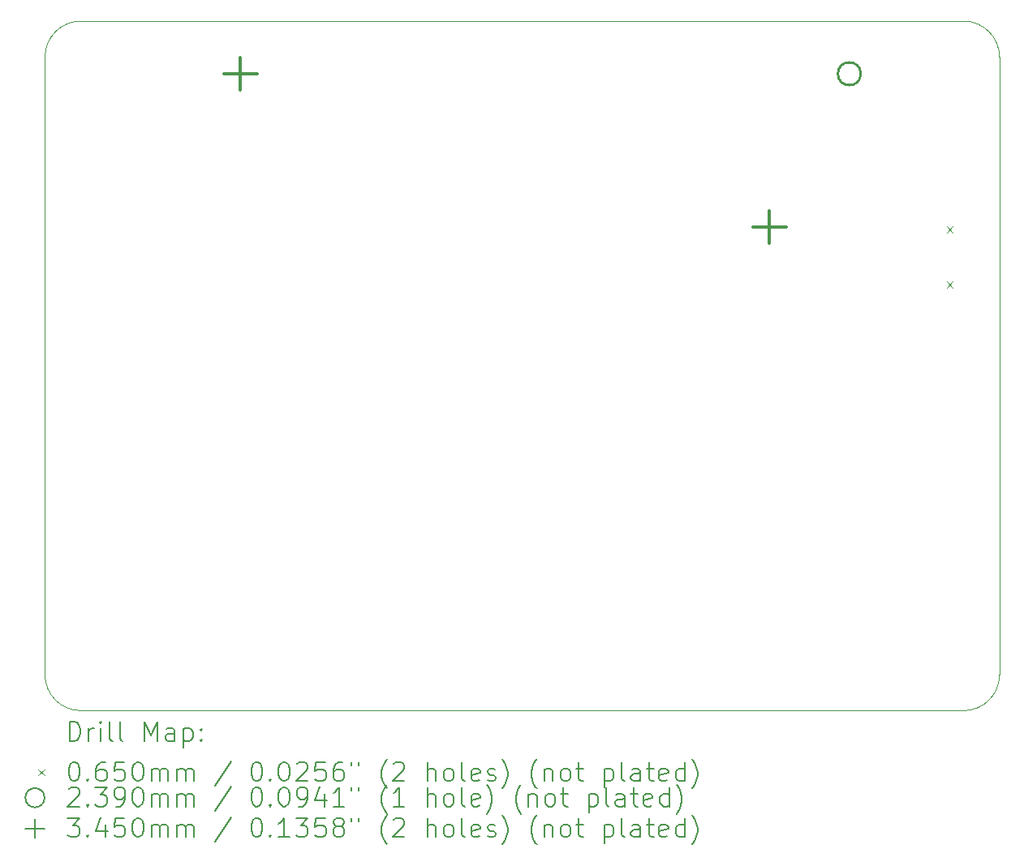
<source format=gbr>
%TF.GenerationSoftware,KiCad,Pcbnew,8.0.4+dfsg-1*%
%TF.CreationDate,2025-03-09T22:36:16+01:00*%
%TF.ProjectId,time_terminal,74696d65-5f74-4657-926d-696e616c2e6b,rev?*%
%TF.SameCoordinates,Original*%
%TF.FileFunction,Drillmap*%
%TF.FilePolarity,Positive*%
%FSLAX45Y45*%
G04 Gerber Fmt 4.5, Leading zero omitted, Abs format (unit mm)*
G04 Created by KiCad (PCBNEW 8.0.4+dfsg-1) date 2025-03-09 22:36:16*
%MOMM*%
%LPD*%
G01*
G04 APERTURE LIST*
%ADD10C,0.100000*%
%ADD11C,0.200000*%
%ADD12C,0.239000*%
%ADD13C,0.345000*%
G04 APERTURE END LIST*
D10*
X6325000Y-12600000D02*
X15534835Y-12600000D01*
X5950000Y-12225000D02*
X5950000Y-5775000D01*
X6325000Y-12600000D02*
G75*
G02*
X5950000Y-12225000I0J375000D01*
G01*
X15909835Y-5775000D02*
X15909835Y-12225000D01*
X15909835Y-12225000D02*
G75*
G02*
X15534835Y-12600000I-375000J0D01*
G01*
X6325000Y-5400000D02*
X15534835Y-5400000D01*
X5950000Y-5775000D02*
G75*
G02*
X6325000Y-5400000I375000J0D01*
G01*
X15534835Y-5400000D02*
G75*
G02*
X15909835Y-5775000I0J-375000D01*
G01*
D11*
D10*
X15357000Y-7542000D02*
X15422000Y-7607000D01*
X15422000Y-7542000D02*
X15357000Y-7607000D01*
X15357000Y-8120000D02*
X15422000Y-8185000D01*
X15422000Y-8120000D02*
X15357000Y-8185000D01*
D12*
X14462500Y-5950000D02*
G75*
G02*
X14223500Y-5950000I-119500J0D01*
G01*
X14223500Y-5950000D02*
G75*
G02*
X14462500Y-5950000I119500J0D01*
G01*
D13*
X7990000Y-5777500D02*
X7990000Y-6122500D01*
X7817500Y-5950000D02*
X8162500Y-5950000D01*
X13510000Y-7377500D02*
X13510000Y-7722500D01*
X13337500Y-7550000D02*
X13682500Y-7550000D01*
D11*
X6205777Y-12916484D02*
X6205777Y-12716484D01*
X6205777Y-12716484D02*
X6253396Y-12716484D01*
X6253396Y-12716484D02*
X6281967Y-12726008D01*
X6281967Y-12726008D02*
X6301015Y-12745055D01*
X6301015Y-12745055D02*
X6310539Y-12764103D01*
X6310539Y-12764103D02*
X6320062Y-12802198D01*
X6320062Y-12802198D02*
X6320062Y-12830770D01*
X6320062Y-12830770D02*
X6310539Y-12868865D01*
X6310539Y-12868865D02*
X6301015Y-12887912D01*
X6301015Y-12887912D02*
X6281967Y-12906960D01*
X6281967Y-12906960D02*
X6253396Y-12916484D01*
X6253396Y-12916484D02*
X6205777Y-12916484D01*
X6405777Y-12916484D02*
X6405777Y-12783150D01*
X6405777Y-12821246D02*
X6415300Y-12802198D01*
X6415300Y-12802198D02*
X6424824Y-12792674D01*
X6424824Y-12792674D02*
X6443872Y-12783150D01*
X6443872Y-12783150D02*
X6462920Y-12783150D01*
X6529586Y-12916484D02*
X6529586Y-12783150D01*
X6529586Y-12716484D02*
X6520062Y-12726008D01*
X6520062Y-12726008D02*
X6529586Y-12735531D01*
X6529586Y-12735531D02*
X6539110Y-12726008D01*
X6539110Y-12726008D02*
X6529586Y-12716484D01*
X6529586Y-12716484D02*
X6529586Y-12735531D01*
X6653396Y-12916484D02*
X6634348Y-12906960D01*
X6634348Y-12906960D02*
X6624824Y-12887912D01*
X6624824Y-12887912D02*
X6624824Y-12716484D01*
X6758158Y-12916484D02*
X6739110Y-12906960D01*
X6739110Y-12906960D02*
X6729586Y-12887912D01*
X6729586Y-12887912D02*
X6729586Y-12716484D01*
X6986729Y-12916484D02*
X6986729Y-12716484D01*
X6986729Y-12716484D02*
X7053396Y-12859341D01*
X7053396Y-12859341D02*
X7120062Y-12716484D01*
X7120062Y-12716484D02*
X7120062Y-12916484D01*
X7301015Y-12916484D02*
X7301015Y-12811722D01*
X7301015Y-12811722D02*
X7291491Y-12792674D01*
X7291491Y-12792674D02*
X7272443Y-12783150D01*
X7272443Y-12783150D02*
X7234348Y-12783150D01*
X7234348Y-12783150D02*
X7215300Y-12792674D01*
X7301015Y-12906960D02*
X7281967Y-12916484D01*
X7281967Y-12916484D02*
X7234348Y-12916484D01*
X7234348Y-12916484D02*
X7215300Y-12906960D01*
X7215300Y-12906960D02*
X7205777Y-12887912D01*
X7205777Y-12887912D02*
X7205777Y-12868865D01*
X7205777Y-12868865D02*
X7215300Y-12849817D01*
X7215300Y-12849817D02*
X7234348Y-12840293D01*
X7234348Y-12840293D02*
X7281967Y-12840293D01*
X7281967Y-12840293D02*
X7301015Y-12830770D01*
X7396253Y-12783150D02*
X7396253Y-12983150D01*
X7396253Y-12792674D02*
X7415300Y-12783150D01*
X7415300Y-12783150D02*
X7453396Y-12783150D01*
X7453396Y-12783150D02*
X7472443Y-12792674D01*
X7472443Y-12792674D02*
X7481967Y-12802198D01*
X7481967Y-12802198D02*
X7491491Y-12821246D01*
X7491491Y-12821246D02*
X7491491Y-12878389D01*
X7491491Y-12878389D02*
X7481967Y-12897436D01*
X7481967Y-12897436D02*
X7472443Y-12906960D01*
X7472443Y-12906960D02*
X7453396Y-12916484D01*
X7453396Y-12916484D02*
X7415300Y-12916484D01*
X7415300Y-12916484D02*
X7396253Y-12906960D01*
X7577205Y-12897436D02*
X7586729Y-12906960D01*
X7586729Y-12906960D02*
X7577205Y-12916484D01*
X7577205Y-12916484D02*
X7567681Y-12906960D01*
X7567681Y-12906960D02*
X7577205Y-12897436D01*
X7577205Y-12897436D02*
X7577205Y-12916484D01*
X7577205Y-12792674D02*
X7586729Y-12802198D01*
X7586729Y-12802198D02*
X7577205Y-12811722D01*
X7577205Y-12811722D02*
X7567681Y-12802198D01*
X7567681Y-12802198D02*
X7577205Y-12792674D01*
X7577205Y-12792674D02*
X7577205Y-12811722D01*
D10*
X5880000Y-13212500D02*
X5945000Y-13277500D01*
X5945000Y-13212500D02*
X5880000Y-13277500D01*
D11*
X6243872Y-13136484D02*
X6262920Y-13136484D01*
X6262920Y-13136484D02*
X6281967Y-13146008D01*
X6281967Y-13146008D02*
X6291491Y-13155531D01*
X6291491Y-13155531D02*
X6301015Y-13174579D01*
X6301015Y-13174579D02*
X6310539Y-13212674D01*
X6310539Y-13212674D02*
X6310539Y-13260293D01*
X6310539Y-13260293D02*
X6301015Y-13298389D01*
X6301015Y-13298389D02*
X6291491Y-13317436D01*
X6291491Y-13317436D02*
X6281967Y-13326960D01*
X6281967Y-13326960D02*
X6262920Y-13336484D01*
X6262920Y-13336484D02*
X6243872Y-13336484D01*
X6243872Y-13336484D02*
X6224824Y-13326960D01*
X6224824Y-13326960D02*
X6215300Y-13317436D01*
X6215300Y-13317436D02*
X6205777Y-13298389D01*
X6205777Y-13298389D02*
X6196253Y-13260293D01*
X6196253Y-13260293D02*
X6196253Y-13212674D01*
X6196253Y-13212674D02*
X6205777Y-13174579D01*
X6205777Y-13174579D02*
X6215300Y-13155531D01*
X6215300Y-13155531D02*
X6224824Y-13146008D01*
X6224824Y-13146008D02*
X6243872Y-13136484D01*
X6396253Y-13317436D02*
X6405777Y-13326960D01*
X6405777Y-13326960D02*
X6396253Y-13336484D01*
X6396253Y-13336484D02*
X6386729Y-13326960D01*
X6386729Y-13326960D02*
X6396253Y-13317436D01*
X6396253Y-13317436D02*
X6396253Y-13336484D01*
X6577205Y-13136484D02*
X6539110Y-13136484D01*
X6539110Y-13136484D02*
X6520062Y-13146008D01*
X6520062Y-13146008D02*
X6510539Y-13155531D01*
X6510539Y-13155531D02*
X6491491Y-13184103D01*
X6491491Y-13184103D02*
X6481967Y-13222198D01*
X6481967Y-13222198D02*
X6481967Y-13298389D01*
X6481967Y-13298389D02*
X6491491Y-13317436D01*
X6491491Y-13317436D02*
X6501015Y-13326960D01*
X6501015Y-13326960D02*
X6520062Y-13336484D01*
X6520062Y-13336484D02*
X6558158Y-13336484D01*
X6558158Y-13336484D02*
X6577205Y-13326960D01*
X6577205Y-13326960D02*
X6586729Y-13317436D01*
X6586729Y-13317436D02*
X6596253Y-13298389D01*
X6596253Y-13298389D02*
X6596253Y-13250770D01*
X6596253Y-13250770D02*
X6586729Y-13231722D01*
X6586729Y-13231722D02*
X6577205Y-13222198D01*
X6577205Y-13222198D02*
X6558158Y-13212674D01*
X6558158Y-13212674D02*
X6520062Y-13212674D01*
X6520062Y-13212674D02*
X6501015Y-13222198D01*
X6501015Y-13222198D02*
X6491491Y-13231722D01*
X6491491Y-13231722D02*
X6481967Y-13250770D01*
X6777205Y-13136484D02*
X6681967Y-13136484D01*
X6681967Y-13136484D02*
X6672443Y-13231722D01*
X6672443Y-13231722D02*
X6681967Y-13222198D01*
X6681967Y-13222198D02*
X6701015Y-13212674D01*
X6701015Y-13212674D02*
X6748634Y-13212674D01*
X6748634Y-13212674D02*
X6767681Y-13222198D01*
X6767681Y-13222198D02*
X6777205Y-13231722D01*
X6777205Y-13231722D02*
X6786729Y-13250770D01*
X6786729Y-13250770D02*
X6786729Y-13298389D01*
X6786729Y-13298389D02*
X6777205Y-13317436D01*
X6777205Y-13317436D02*
X6767681Y-13326960D01*
X6767681Y-13326960D02*
X6748634Y-13336484D01*
X6748634Y-13336484D02*
X6701015Y-13336484D01*
X6701015Y-13336484D02*
X6681967Y-13326960D01*
X6681967Y-13326960D02*
X6672443Y-13317436D01*
X6910539Y-13136484D02*
X6929586Y-13136484D01*
X6929586Y-13136484D02*
X6948634Y-13146008D01*
X6948634Y-13146008D02*
X6958158Y-13155531D01*
X6958158Y-13155531D02*
X6967681Y-13174579D01*
X6967681Y-13174579D02*
X6977205Y-13212674D01*
X6977205Y-13212674D02*
X6977205Y-13260293D01*
X6977205Y-13260293D02*
X6967681Y-13298389D01*
X6967681Y-13298389D02*
X6958158Y-13317436D01*
X6958158Y-13317436D02*
X6948634Y-13326960D01*
X6948634Y-13326960D02*
X6929586Y-13336484D01*
X6929586Y-13336484D02*
X6910539Y-13336484D01*
X6910539Y-13336484D02*
X6891491Y-13326960D01*
X6891491Y-13326960D02*
X6881967Y-13317436D01*
X6881967Y-13317436D02*
X6872443Y-13298389D01*
X6872443Y-13298389D02*
X6862920Y-13260293D01*
X6862920Y-13260293D02*
X6862920Y-13212674D01*
X6862920Y-13212674D02*
X6872443Y-13174579D01*
X6872443Y-13174579D02*
X6881967Y-13155531D01*
X6881967Y-13155531D02*
X6891491Y-13146008D01*
X6891491Y-13146008D02*
X6910539Y-13136484D01*
X7062920Y-13336484D02*
X7062920Y-13203150D01*
X7062920Y-13222198D02*
X7072443Y-13212674D01*
X7072443Y-13212674D02*
X7091491Y-13203150D01*
X7091491Y-13203150D02*
X7120062Y-13203150D01*
X7120062Y-13203150D02*
X7139110Y-13212674D01*
X7139110Y-13212674D02*
X7148634Y-13231722D01*
X7148634Y-13231722D02*
X7148634Y-13336484D01*
X7148634Y-13231722D02*
X7158158Y-13212674D01*
X7158158Y-13212674D02*
X7177205Y-13203150D01*
X7177205Y-13203150D02*
X7205777Y-13203150D01*
X7205777Y-13203150D02*
X7224824Y-13212674D01*
X7224824Y-13212674D02*
X7234348Y-13231722D01*
X7234348Y-13231722D02*
X7234348Y-13336484D01*
X7329586Y-13336484D02*
X7329586Y-13203150D01*
X7329586Y-13222198D02*
X7339110Y-13212674D01*
X7339110Y-13212674D02*
X7358158Y-13203150D01*
X7358158Y-13203150D02*
X7386729Y-13203150D01*
X7386729Y-13203150D02*
X7405777Y-13212674D01*
X7405777Y-13212674D02*
X7415301Y-13231722D01*
X7415301Y-13231722D02*
X7415301Y-13336484D01*
X7415301Y-13231722D02*
X7424824Y-13212674D01*
X7424824Y-13212674D02*
X7443872Y-13203150D01*
X7443872Y-13203150D02*
X7472443Y-13203150D01*
X7472443Y-13203150D02*
X7491491Y-13212674D01*
X7491491Y-13212674D02*
X7501015Y-13231722D01*
X7501015Y-13231722D02*
X7501015Y-13336484D01*
X7891491Y-13126960D02*
X7720063Y-13384103D01*
X8148634Y-13136484D02*
X8167682Y-13136484D01*
X8167682Y-13136484D02*
X8186729Y-13146008D01*
X8186729Y-13146008D02*
X8196253Y-13155531D01*
X8196253Y-13155531D02*
X8205777Y-13174579D01*
X8205777Y-13174579D02*
X8215301Y-13212674D01*
X8215301Y-13212674D02*
X8215301Y-13260293D01*
X8215301Y-13260293D02*
X8205777Y-13298389D01*
X8205777Y-13298389D02*
X8196253Y-13317436D01*
X8196253Y-13317436D02*
X8186729Y-13326960D01*
X8186729Y-13326960D02*
X8167682Y-13336484D01*
X8167682Y-13336484D02*
X8148634Y-13336484D01*
X8148634Y-13336484D02*
X8129586Y-13326960D01*
X8129586Y-13326960D02*
X8120063Y-13317436D01*
X8120063Y-13317436D02*
X8110539Y-13298389D01*
X8110539Y-13298389D02*
X8101015Y-13260293D01*
X8101015Y-13260293D02*
X8101015Y-13212674D01*
X8101015Y-13212674D02*
X8110539Y-13174579D01*
X8110539Y-13174579D02*
X8120063Y-13155531D01*
X8120063Y-13155531D02*
X8129586Y-13146008D01*
X8129586Y-13146008D02*
X8148634Y-13136484D01*
X8301015Y-13317436D02*
X8310539Y-13326960D01*
X8310539Y-13326960D02*
X8301015Y-13336484D01*
X8301015Y-13336484D02*
X8291491Y-13326960D01*
X8291491Y-13326960D02*
X8301015Y-13317436D01*
X8301015Y-13317436D02*
X8301015Y-13336484D01*
X8434348Y-13136484D02*
X8453396Y-13136484D01*
X8453396Y-13136484D02*
X8472444Y-13146008D01*
X8472444Y-13146008D02*
X8481967Y-13155531D01*
X8481967Y-13155531D02*
X8491491Y-13174579D01*
X8491491Y-13174579D02*
X8501015Y-13212674D01*
X8501015Y-13212674D02*
X8501015Y-13260293D01*
X8501015Y-13260293D02*
X8491491Y-13298389D01*
X8491491Y-13298389D02*
X8481967Y-13317436D01*
X8481967Y-13317436D02*
X8472444Y-13326960D01*
X8472444Y-13326960D02*
X8453396Y-13336484D01*
X8453396Y-13336484D02*
X8434348Y-13336484D01*
X8434348Y-13336484D02*
X8415301Y-13326960D01*
X8415301Y-13326960D02*
X8405777Y-13317436D01*
X8405777Y-13317436D02*
X8396253Y-13298389D01*
X8396253Y-13298389D02*
X8386729Y-13260293D01*
X8386729Y-13260293D02*
X8386729Y-13212674D01*
X8386729Y-13212674D02*
X8396253Y-13174579D01*
X8396253Y-13174579D02*
X8405777Y-13155531D01*
X8405777Y-13155531D02*
X8415301Y-13146008D01*
X8415301Y-13146008D02*
X8434348Y-13136484D01*
X8577206Y-13155531D02*
X8586729Y-13146008D01*
X8586729Y-13146008D02*
X8605777Y-13136484D01*
X8605777Y-13136484D02*
X8653396Y-13136484D01*
X8653396Y-13136484D02*
X8672444Y-13146008D01*
X8672444Y-13146008D02*
X8681967Y-13155531D01*
X8681967Y-13155531D02*
X8691491Y-13174579D01*
X8691491Y-13174579D02*
X8691491Y-13193627D01*
X8691491Y-13193627D02*
X8681967Y-13222198D01*
X8681967Y-13222198D02*
X8567682Y-13336484D01*
X8567682Y-13336484D02*
X8691491Y-13336484D01*
X8872444Y-13136484D02*
X8777206Y-13136484D01*
X8777206Y-13136484D02*
X8767682Y-13231722D01*
X8767682Y-13231722D02*
X8777206Y-13222198D01*
X8777206Y-13222198D02*
X8796253Y-13212674D01*
X8796253Y-13212674D02*
X8843872Y-13212674D01*
X8843872Y-13212674D02*
X8862920Y-13222198D01*
X8862920Y-13222198D02*
X8872444Y-13231722D01*
X8872444Y-13231722D02*
X8881967Y-13250770D01*
X8881967Y-13250770D02*
X8881967Y-13298389D01*
X8881967Y-13298389D02*
X8872444Y-13317436D01*
X8872444Y-13317436D02*
X8862920Y-13326960D01*
X8862920Y-13326960D02*
X8843872Y-13336484D01*
X8843872Y-13336484D02*
X8796253Y-13336484D01*
X8796253Y-13336484D02*
X8777206Y-13326960D01*
X8777206Y-13326960D02*
X8767682Y-13317436D01*
X9053396Y-13136484D02*
X9015301Y-13136484D01*
X9015301Y-13136484D02*
X8996253Y-13146008D01*
X8996253Y-13146008D02*
X8986729Y-13155531D01*
X8986729Y-13155531D02*
X8967682Y-13184103D01*
X8967682Y-13184103D02*
X8958158Y-13222198D01*
X8958158Y-13222198D02*
X8958158Y-13298389D01*
X8958158Y-13298389D02*
X8967682Y-13317436D01*
X8967682Y-13317436D02*
X8977206Y-13326960D01*
X8977206Y-13326960D02*
X8996253Y-13336484D01*
X8996253Y-13336484D02*
X9034348Y-13336484D01*
X9034348Y-13336484D02*
X9053396Y-13326960D01*
X9053396Y-13326960D02*
X9062920Y-13317436D01*
X9062920Y-13317436D02*
X9072444Y-13298389D01*
X9072444Y-13298389D02*
X9072444Y-13250770D01*
X9072444Y-13250770D02*
X9062920Y-13231722D01*
X9062920Y-13231722D02*
X9053396Y-13222198D01*
X9053396Y-13222198D02*
X9034348Y-13212674D01*
X9034348Y-13212674D02*
X8996253Y-13212674D01*
X8996253Y-13212674D02*
X8977206Y-13222198D01*
X8977206Y-13222198D02*
X8967682Y-13231722D01*
X8967682Y-13231722D02*
X8958158Y-13250770D01*
X9148634Y-13136484D02*
X9148634Y-13174579D01*
X9224825Y-13136484D02*
X9224825Y-13174579D01*
X9520063Y-13412674D02*
X9510539Y-13403150D01*
X9510539Y-13403150D02*
X9491491Y-13374579D01*
X9491491Y-13374579D02*
X9481968Y-13355531D01*
X9481968Y-13355531D02*
X9472444Y-13326960D01*
X9472444Y-13326960D02*
X9462920Y-13279341D01*
X9462920Y-13279341D02*
X9462920Y-13241246D01*
X9462920Y-13241246D02*
X9472444Y-13193627D01*
X9472444Y-13193627D02*
X9481968Y-13165055D01*
X9481968Y-13165055D02*
X9491491Y-13146008D01*
X9491491Y-13146008D02*
X9510539Y-13117436D01*
X9510539Y-13117436D02*
X9520063Y-13107912D01*
X9586729Y-13155531D02*
X9596253Y-13146008D01*
X9596253Y-13146008D02*
X9615301Y-13136484D01*
X9615301Y-13136484D02*
X9662920Y-13136484D01*
X9662920Y-13136484D02*
X9681968Y-13146008D01*
X9681968Y-13146008D02*
X9691491Y-13155531D01*
X9691491Y-13155531D02*
X9701015Y-13174579D01*
X9701015Y-13174579D02*
X9701015Y-13193627D01*
X9701015Y-13193627D02*
X9691491Y-13222198D01*
X9691491Y-13222198D02*
X9577206Y-13336484D01*
X9577206Y-13336484D02*
X9701015Y-13336484D01*
X9939110Y-13336484D02*
X9939110Y-13136484D01*
X10024825Y-13336484D02*
X10024825Y-13231722D01*
X10024825Y-13231722D02*
X10015301Y-13212674D01*
X10015301Y-13212674D02*
X9996253Y-13203150D01*
X9996253Y-13203150D02*
X9967682Y-13203150D01*
X9967682Y-13203150D02*
X9948634Y-13212674D01*
X9948634Y-13212674D02*
X9939110Y-13222198D01*
X10148634Y-13336484D02*
X10129587Y-13326960D01*
X10129587Y-13326960D02*
X10120063Y-13317436D01*
X10120063Y-13317436D02*
X10110539Y-13298389D01*
X10110539Y-13298389D02*
X10110539Y-13241246D01*
X10110539Y-13241246D02*
X10120063Y-13222198D01*
X10120063Y-13222198D02*
X10129587Y-13212674D01*
X10129587Y-13212674D02*
X10148634Y-13203150D01*
X10148634Y-13203150D02*
X10177206Y-13203150D01*
X10177206Y-13203150D02*
X10196253Y-13212674D01*
X10196253Y-13212674D02*
X10205777Y-13222198D01*
X10205777Y-13222198D02*
X10215301Y-13241246D01*
X10215301Y-13241246D02*
X10215301Y-13298389D01*
X10215301Y-13298389D02*
X10205777Y-13317436D01*
X10205777Y-13317436D02*
X10196253Y-13326960D01*
X10196253Y-13326960D02*
X10177206Y-13336484D01*
X10177206Y-13336484D02*
X10148634Y-13336484D01*
X10329587Y-13336484D02*
X10310539Y-13326960D01*
X10310539Y-13326960D02*
X10301015Y-13307912D01*
X10301015Y-13307912D02*
X10301015Y-13136484D01*
X10481968Y-13326960D02*
X10462920Y-13336484D01*
X10462920Y-13336484D02*
X10424825Y-13336484D01*
X10424825Y-13336484D02*
X10405777Y-13326960D01*
X10405777Y-13326960D02*
X10396253Y-13307912D01*
X10396253Y-13307912D02*
X10396253Y-13231722D01*
X10396253Y-13231722D02*
X10405777Y-13212674D01*
X10405777Y-13212674D02*
X10424825Y-13203150D01*
X10424825Y-13203150D02*
X10462920Y-13203150D01*
X10462920Y-13203150D02*
X10481968Y-13212674D01*
X10481968Y-13212674D02*
X10491491Y-13231722D01*
X10491491Y-13231722D02*
X10491491Y-13250770D01*
X10491491Y-13250770D02*
X10396253Y-13269817D01*
X10567682Y-13326960D02*
X10586730Y-13336484D01*
X10586730Y-13336484D02*
X10624825Y-13336484D01*
X10624825Y-13336484D02*
X10643872Y-13326960D01*
X10643872Y-13326960D02*
X10653396Y-13307912D01*
X10653396Y-13307912D02*
X10653396Y-13298389D01*
X10653396Y-13298389D02*
X10643872Y-13279341D01*
X10643872Y-13279341D02*
X10624825Y-13269817D01*
X10624825Y-13269817D02*
X10596253Y-13269817D01*
X10596253Y-13269817D02*
X10577206Y-13260293D01*
X10577206Y-13260293D02*
X10567682Y-13241246D01*
X10567682Y-13241246D02*
X10567682Y-13231722D01*
X10567682Y-13231722D02*
X10577206Y-13212674D01*
X10577206Y-13212674D02*
X10596253Y-13203150D01*
X10596253Y-13203150D02*
X10624825Y-13203150D01*
X10624825Y-13203150D02*
X10643872Y-13212674D01*
X10720063Y-13412674D02*
X10729587Y-13403150D01*
X10729587Y-13403150D02*
X10748634Y-13374579D01*
X10748634Y-13374579D02*
X10758158Y-13355531D01*
X10758158Y-13355531D02*
X10767682Y-13326960D01*
X10767682Y-13326960D02*
X10777206Y-13279341D01*
X10777206Y-13279341D02*
X10777206Y-13241246D01*
X10777206Y-13241246D02*
X10767682Y-13193627D01*
X10767682Y-13193627D02*
X10758158Y-13165055D01*
X10758158Y-13165055D02*
X10748634Y-13146008D01*
X10748634Y-13146008D02*
X10729587Y-13117436D01*
X10729587Y-13117436D02*
X10720063Y-13107912D01*
X11081968Y-13412674D02*
X11072444Y-13403150D01*
X11072444Y-13403150D02*
X11053396Y-13374579D01*
X11053396Y-13374579D02*
X11043872Y-13355531D01*
X11043872Y-13355531D02*
X11034349Y-13326960D01*
X11034349Y-13326960D02*
X11024825Y-13279341D01*
X11024825Y-13279341D02*
X11024825Y-13241246D01*
X11024825Y-13241246D02*
X11034349Y-13193627D01*
X11034349Y-13193627D02*
X11043872Y-13165055D01*
X11043872Y-13165055D02*
X11053396Y-13146008D01*
X11053396Y-13146008D02*
X11072444Y-13117436D01*
X11072444Y-13117436D02*
X11081968Y-13107912D01*
X11158158Y-13203150D02*
X11158158Y-13336484D01*
X11158158Y-13222198D02*
X11167682Y-13212674D01*
X11167682Y-13212674D02*
X11186729Y-13203150D01*
X11186729Y-13203150D02*
X11215301Y-13203150D01*
X11215301Y-13203150D02*
X11234349Y-13212674D01*
X11234349Y-13212674D02*
X11243872Y-13231722D01*
X11243872Y-13231722D02*
X11243872Y-13336484D01*
X11367682Y-13336484D02*
X11348634Y-13326960D01*
X11348634Y-13326960D02*
X11339110Y-13317436D01*
X11339110Y-13317436D02*
X11329587Y-13298389D01*
X11329587Y-13298389D02*
X11329587Y-13241246D01*
X11329587Y-13241246D02*
X11339110Y-13222198D01*
X11339110Y-13222198D02*
X11348634Y-13212674D01*
X11348634Y-13212674D02*
X11367682Y-13203150D01*
X11367682Y-13203150D02*
X11396253Y-13203150D01*
X11396253Y-13203150D02*
X11415301Y-13212674D01*
X11415301Y-13212674D02*
X11424825Y-13222198D01*
X11424825Y-13222198D02*
X11434349Y-13241246D01*
X11434349Y-13241246D02*
X11434349Y-13298389D01*
X11434349Y-13298389D02*
X11424825Y-13317436D01*
X11424825Y-13317436D02*
X11415301Y-13326960D01*
X11415301Y-13326960D02*
X11396253Y-13336484D01*
X11396253Y-13336484D02*
X11367682Y-13336484D01*
X11491491Y-13203150D02*
X11567682Y-13203150D01*
X11520063Y-13136484D02*
X11520063Y-13307912D01*
X11520063Y-13307912D02*
X11529587Y-13326960D01*
X11529587Y-13326960D02*
X11548634Y-13336484D01*
X11548634Y-13336484D02*
X11567682Y-13336484D01*
X11786730Y-13203150D02*
X11786730Y-13403150D01*
X11786730Y-13212674D02*
X11805777Y-13203150D01*
X11805777Y-13203150D02*
X11843872Y-13203150D01*
X11843872Y-13203150D02*
X11862920Y-13212674D01*
X11862920Y-13212674D02*
X11872444Y-13222198D01*
X11872444Y-13222198D02*
X11881968Y-13241246D01*
X11881968Y-13241246D02*
X11881968Y-13298389D01*
X11881968Y-13298389D02*
X11872444Y-13317436D01*
X11872444Y-13317436D02*
X11862920Y-13326960D01*
X11862920Y-13326960D02*
X11843872Y-13336484D01*
X11843872Y-13336484D02*
X11805777Y-13336484D01*
X11805777Y-13336484D02*
X11786730Y-13326960D01*
X11996253Y-13336484D02*
X11977206Y-13326960D01*
X11977206Y-13326960D02*
X11967682Y-13307912D01*
X11967682Y-13307912D02*
X11967682Y-13136484D01*
X12158158Y-13336484D02*
X12158158Y-13231722D01*
X12158158Y-13231722D02*
X12148634Y-13212674D01*
X12148634Y-13212674D02*
X12129587Y-13203150D01*
X12129587Y-13203150D02*
X12091491Y-13203150D01*
X12091491Y-13203150D02*
X12072444Y-13212674D01*
X12158158Y-13326960D02*
X12139111Y-13336484D01*
X12139111Y-13336484D02*
X12091491Y-13336484D01*
X12091491Y-13336484D02*
X12072444Y-13326960D01*
X12072444Y-13326960D02*
X12062920Y-13307912D01*
X12062920Y-13307912D02*
X12062920Y-13288865D01*
X12062920Y-13288865D02*
X12072444Y-13269817D01*
X12072444Y-13269817D02*
X12091491Y-13260293D01*
X12091491Y-13260293D02*
X12139111Y-13260293D01*
X12139111Y-13260293D02*
X12158158Y-13250770D01*
X12224825Y-13203150D02*
X12301015Y-13203150D01*
X12253396Y-13136484D02*
X12253396Y-13307912D01*
X12253396Y-13307912D02*
X12262920Y-13326960D01*
X12262920Y-13326960D02*
X12281968Y-13336484D01*
X12281968Y-13336484D02*
X12301015Y-13336484D01*
X12443872Y-13326960D02*
X12424825Y-13336484D01*
X12424825Y-13336484D02*
X12386730Y-13336484D01*
X12386730Y-13336484D02*
X12367682Y-13326960D01*
X12367682Y-13326960D02*
X12358158Y-13307912D01*
X12358158Y-13307912D02*
X12358158Y-13231722D01*
X12358158Y-13231722D02*
X12367682Y-13212674D01*
X12367682Y-13212674D02*
X12386730Y-13203150D01*
X12386730Y-13203150D02*
X12424825Y-13203150D01*
X12424825Y-13203150D02*
X12443872Y-13212674D01*
X12443872Y-13212674D02*
X12453396Y-13231722D01*
X12453396Y-13231722D02*
X12453396Y-13250770D01*
X12453396Y-13250770D02*
X12358158Y-13269817D01*
X12624825Y-13336484D02*
X12624825Y-13136484D01*
X12624825Y-13326960D02*
X12605777Y-13336484D01*
X12605777Y-13336484D02*
X12567682Y-13336484D01*
X12567682Y-13336484D02*
X12548634Y-13326960D01*
X12548634Y-13326960D02*
X12539111Y-13317436D01*
X12539111Y-13317436D02*
X12529587Y-13298389D01*
X12529587Y-13298389D02*
X12529587Y-13241246D01*
X12529587Y-13241246D02*
X12539111Y-13222198D01*
X12539111Y-13222198D02*
X12548634Y-13212674D01*
X12548634Y-13212674D02*
X12567682Y-13203150D01*
X12567682Y-13203150D02*
X12605777Y-13203150D01*
X12605777Y-13203150D02*
X12624825Y-13212674D01*
X12701015Y-13412674D02*
X12710539Y-13403150D01*
X12710539Y-13403150D02*
X12729587Y-13374579D01*
X12729587Y-13374579D02*
X12739111Y-13355531D01*
X12739111Y-13355531D02*
X12748634Y-13326960D01*
X12748634Y-13326960D02*
X12758158Y-13279341D01*
X12758158Y-13279341D02*
X12758158Y-13241246D01*
X12758158Y-13241246D02*
X12748634Y-13193627D01*
X12748634Y-13193627D02*
X12739111Y-13165055D01*
X12739111Y-13165055D02*
X12729587Y-13146008D01*
X12729587Y-13146008D02*
X12710539Y-13117436D01*
X12710539Y-13117436D02*
X12701015Y-13107912D01*
X5945000Y-13509000D02*
G75*
G02*
X5745000Y-13509000I-100000J0D01*
G01*
X5745000Y-13509000D02*
G75*
G02*
X5945000Y-13509000I100000J0D01*
G01*
X6196253Y-13419531D02*
X6205777Y-13410008D01*
X6205777Y-13410008D02*
X6224824Y-13400484D01*
X6224824Y-13400484D02*
X6272443Y-13400484D01*
X6272443Y-13400484D02*
X6291491Y-13410008D01*
X6291491Y-13410008D02*
X6301015Y-13419531D01*
X6301015Y-13419531D02*
X6310539Y-13438579D01*
X6310539Y-13438579D02*
X6310539Y-13457627D01*
X6310539Y-13457627D02*
X6301015Y-13486198D01*
X6301015Y-13486198D02*
X6186729Y-13600484D01*
X6186729Y-13600484D02*
X6310539Y-13600484D01*
X6396253Y-13581436D02*
X6405777Y-13590960D01*
X6405777Y-13590960D02*
X6396253Y-13600484D01*
X6396253Y-13600484D02*
X6386729Y-13590960D01*
X6386729Y-13590960D02*
X6396253Y-13581436D01*
X6396253Y-13581436D02*
X6396253Y-13600484D01*
X6472443Y-13400484D02*
X6596253Y-13400484D01*
X6596253Y-13400484D02*
X6529586Y-13476674D01*
X6529586Y-13476674D02*
X6558158Y-13476674D01*
X6558158Y-13476674D02*
X6577205Y-13486198D01*
X6577205Y-13486198D02*
X6586729Y-13495722D01*
X6586729Y-13495722D02*
X6596253Y-13514770D01*
X6596253Y-13514770D02*
X6596253Y-13562389D01*
X6596253Y-13562389D02*
X6586729Y-13581436D01*
X6586729Y-13581436D02*
X6577205Y-13590960D01*
X6577205Y-13590960D02*
X6558158Y-13600484D01*
X6558158Y-13600484D02*
X6501015Y-13600484D01*
X6501015Y-13600484D02*
X6481967Y-13590960D01*
X6481967Y-13590960D02*
X6472443Y-13581436D01*
X6691491Y-13600484D02*
X6729586Y-13600484D01*
X6729586Y-13600484D02*
X6748634Y-13590960D01*
X6748634Y-13590960D02*
X6758158Y-13581436D01*
X6758158Y-13581436D02*
X6777205Y-13552865D01*
X6777205Y-13552865D02*
X6786729Y-13514770D01*
X6786729Y-13514770D02*
X6786729Y-13438579D01*
X6786729Y-13438579D02*
X6777205Y-13419531D01*
X6777205Y-13419531D02*
X6767681Y-13410008D01*
X6767681Y-13410008D02*
X6748634Y-13400484D01*
X6748634Y-13400484D02*
X6710539Y-13400484D01*
X6710539Y-13400484D02*
X6691491Y-13410008D01*
X6691491Y-13410008D02*
X6681967Y-13419531D01*
X6681967Y-13419531D02*
X6672443Y-13438579D01*
X6672443Y-13438579D02*
X6672443Y-13486198D01*
X6672443Y-13486198D02*
X6681967Y-13505246D01*
X6681967Y-13505246D02*
X6691491Y-13514770D01*
X6691491Y-13514770D02*
X6710539Y-13524293D01*
X6710539Y-13524293D02*
X6748634Y-13524293D01*
X6748634Y-13524293D02*
X6767681Y-13514770D01*
X6767681Y-13514770D02*
X6777205Y-13505246D01*
X6777205Y-13505246D02*
X6786729Y-13486198D01*
X6910539Y-13400484D02*
X6929586Y-13400484D01*
X6929586Y-13400484D02*
X6948634Y-13410008D01*
X6948634Y-13410008D02*
X6958158Y-13419531D01*
X6958158Y-13419531D02*
X6967681Y-13438579D01*
X6967681Y-13438579D02*
X6977205Y-13476674D01*
X6977205Y-13476674D02*
X6977205Y-13524293D01*
X6977205Y-13524293D02*
X6967681Y-13562389D01*
X6967681Y-13562389D02*
X6958158Y-13581436D01*
X6958158Y-13581436D02*
X6948634Y-13590960D01*
X6948634Y-13590960D02*
X6929586Y-13600484D01*
X6929586Y-13600484D02*
X6910539Y-13600484D01*
X6910539Y-13600484D02*
X6891491Y-13590960D01*
X6891491Y-13590960D02*
X6881967Y-13581436D01*
X6881967Y-13581436D02*
X6872443Y-13562389D01*
X6872443Y-13562389D02*
X6862920Y-13524293D01*
X6862920Y-13524293D02*
X6862920Y-13476674D01*
X6862920Y-13476674D02*
X6872443Y-13438579D01*
X6872443Y-13438579D02*
X6881967Y-13419531D01*
X6881967Y-13419531D02*
X6891491Y-13410008D01*
X6891491Y-13410008D02*
X6910539Y-13400484D01*
X7062920Y-13600484D02*
X7062920Y-13467150D01*
X7062920Y-13486198D02*
X7072443Y-13476674D01*
X7072443Y-13476674D02*
X7091491Y-13467150D01*
X7091491Y-13467150D02*
X7120062Y-13467150D01*
X7120062Y-13467150D02*
X7139110Y-13476674D01*
X7139110Y-13476674D02*
X7148634Y-13495722D01*
X7148634Y-13495722D02*
X7148634Y-13600484D01*
X7148634Y-13495722D02*
X7158158Y-13476674D01*
X7158158Y-13476674D02*
X7177205Y-13467150D01*
X7177205Y-13467150D02*
X7205777Y-13467150D01*
X7205777Y-13467150D02*
X7224824Y-13476674D01*
X7224824Y-13476674D02*
X7234348Y-13495722D01*
X7234348Y-13495722D02*
X7234348Y-13600484D01*
X7329586Y-13600484D02*
X7329586Y-13467150D01*
X7329586Y-13486198D02*
X7339110Y-13476674D01*
X7339110Y-13476674D02*
X7358158Y-13467150D01*
X7358158Y-13467150D02*
X7386729Y-13467150D01*
X7386729Y-13467150D02*
X7405777Y-13476674D01*
X7405777Y-13476674D02*
X7415301Y-13495722D01*
X7415301Y-13495722D02*
X7415301Y-13600484D01*
X7415301Y-13495722D02*
X7424824Y-13476674D01*
X7424824Y-13476674D02*
X7443872Y-13467150D01*
X7443872Y-13467150D02*
X7472443Y-13467150D01*
X7472443Y-13467150D02*
X7491491Y-13476674D01*
X7491491Y-13476674D02*
X7501015Y-13495722D01*
X7501015Y-13495722D02*
X7501015Y-13600484D01*
X7891491Y-13390960D02*
X7720063Y-13648103D01*
X8148634Y-13400484D02*
X8167682Y-13400484D01*
X8167682Y-13400484D02*
X8186729Y-13410008D01*
X8186729Y-13410008D02*
X8196253Y-13419531D01*
X8196253Y-13419531D02*
X8205777Y-13438579D01*
X8205777Y-13438579D02*
X8215301Y-13476674D01*
X8215301Y-13476674D02*
X8215301Y-13524293D01*
X8215301Y-13524293D02*
X8205777Y-13562389D01*
X8205777Y-13562389D02*
X8196253Y-13581436D01*
X8196253Y-13581436D02*
X8186729Y-13590960D01*
X8186729Y-13590960D02*
X8167682Y-13600484D01*
X8167682Y-13600484D02*
X8148634Y-13600484D01*
X8148634Y-13600484D02*
X8129586Y-13590960D01*
X8129586Y-13590960D02*
X8120063Y-13581436D01*
X8120063Y-13581436D02*
X8110539Y-13562389D01*
X8110539Y-13562389D02*
X8101015Y-13524293D01*
X8101015Y-13524293D02*
X8101015Y-13476674D01*
X8101015Y-13476674D02*
X8110539Y-13438579D01*
X8110539Y-13438579D02*
X8120063Y-13419531D01*
X8120063Y-13419531D02*
X8129586Y-13410008D01*
X8129586Y-13410008D02*
X8148634Y-13400484D01*
X8301015Y-13581436D02*
X8310539Y-13590960D01*
X8310539Y-13590960D02*
X8301015Y-13600484D01*
X8301015Y-13600484D02*
X8291491Y-13590960D01*
X8291491Y-13590960D02*
X8301015Y-13581436D01*
X8301015Y-13581436D02*
X8301015Y-13600484D01*
X8434348Y-13400484D02*
X8453396Y-13400484D01*
X8453396Y-13400484D02*
X8472444Y-13410008D01*
X8472444Y-13410008D02*
X8481967Y-13419531D01*
X8481967Y-13419531D02*
X8491491Y-13438579D01*
X8491491Y-13438579D02*
X8501015Y-13476674D01*
X8501015Y-13476674D02*
X8501015Y-13524293D01*
X8501015Y-13524293D02*
X8491491Y-13562389D01*
X8491491Y-13562389D02*
X8481967Y-13581436D01*
X8481967Y-13581436D02*
X8472444Y-13590960D01*
X8472444Y-13590960D02*
X8453396Y-13600484D01*
X8453396Y-13600484D02*
X8434348Y-13600484D01*
X8434348Y-13600484D02*
X8415301Y-13590960D01*
X8415301Y-13590960D02*
X8405777Y-13581436D01*
X8405777Y-13581436D02*
X8396253Y-13562389D01*
X8396253Y-13562389D02*
X8386729Y-13524293D01*
X8386729Y-13524293D02*
X8386729Y-13476674D01*
X8386729Y-13476674D02*
X8396253Y-13438579D01*
X8396253Y-13438579D02*
X8405777Y-13419531D01*
X8405777Y-13419531D02*
X8415301Y-13410008D01*
X8415301Y-13410008D02*
X8434348Y-13400484D01*
X8596253Y-13600484D02*
X8634348Y-13600484D01*
X8634348Y-13600484D02*
X8653396Y-13590960D01*
X8653396Y-13590960D02*
X8662920Y-13581436D01*
X8662920Y-13581436D02*
X8681967Y-13552865D01*
X8681967Y-13552865D02*
X8691491Y-13514770D01*
X8691491Y-13514770D02*
X8691491Y-13438579D01*
X8691491Y-13438579D02*
X8681967Y-13419531D01*
X8681967Y-13419531D02*
X8672444Y-13410008D01*
X8672444Y-13410008D02*
X8653396Y-13400484D01*
X8653396Y-13400484D02*
X8615301Y-13400484D01*
X8615301Y-13400484D02*
X8596253Y-13410008D01*
X8596253Y-13410008D02*
X8586729Y-13419531D01*
X8586729Y-13419531D02*
X8577206Y-13438579D01*
X8577206Y-13438579D02*
X8577206Y-13486198D01*
X8577206Y-13486198D02*
X8586729Y-13505246D01*
X8586729Y-13505246D02*
X8596253Y-13514770D01*
X8596253Y-13514770D02*
X8615301Y-13524293D01*
X8615301Y-13524293D02*
X8653396Y-13524293D01*
X8653396Y-13524293D02*
X8672444Y-13514770D01*
X8672444Y-13514770D02*
X8681967Y-13505246D01*
X8681967Y-13505246D02*
X8691491Y-13486198D01*
X8862920Y-13467150D02*
X8862920Y-13600484D01*
X8815301Y-13390960D02*
X8767682Y-13533817D01*
X8767682Y-13533817D02*
X8891491Y-13533817D01*
X9072444Y-13600484D02*
X8958158Y-13600484D01*
X9015301Y-13600484D02*
X9015301Y-13400484D01*
X9015301Y-13400484D02*
X8996253Y-13429055D01*
X8996253Y-13429055D02*
X8977206Y-13448103D01*
X8977206Y-13448103D02*
X8958158Y-13457627D01*
X9148634Y-13400484D02*
X9148634Y-13438579D01*
X9224825Y-13400484D02*
X9224825Y-13438579D01*
X9520063Y-13676674D02*
X9510539Y-13667150D01*
X9510539Y-13667150D02*
X9491491Y-13638579D01*
X9491491Y-13638579D02*
X9481968Y-13619531D01*
X9481968Y-13619531D02*
X9472444Y-13590960D01*
X9472444Y-13590960D02*
X9462920Y-13543341D01*
X9462920Y-13543341D02*
X9462920Y-13505246D01*
X9462920Y-13505246D02*
X9472444Y-13457627D01*
X9472444Y-13457627D02*
X9481968Y-13429055D01*
X9481968Y-13429055D02*
X9491491Y-13410008D01*
X9491491Y-13410008D02*
X9510539Y-13381436D01*
X9510539Y-13381436D02*
X9520063Y-13371912D01*
X9701015Y-13600484D02*
X9586729Y-13600484D01*
X9643872Y-13600484D02*
X9643872Y-13400484D01*
X9643872Y-13400484D02*
X9624825Y-13429055D01*
X9624825Y-13429055D02*
X9605777Y-13448103D01*
X9605777Y-13448103D02*
X9586729Y-13457627D01*
X9939110Y-13600484D02*
X9939110Y-13400484D01*
X10024825Y-13600484D02*
X10024825Y-13495722D01*
X10024825Y-13495722D02*
X10015301Y-13476674D01*
X10015301Y-13476674D02*
X9996253Y-13467150D01*
X9996253Y-13467150D02*
X9967682Y-13467150D01*
X9967682Y-13467150D02*
X9948634Y-13476674D01*
X9948634Y-13476674D02*
X9939110Y-13486198D01*
X10148634Y-13600484D02*
X10129587Y-13590960D01*
X10129587Y-13590960D02*
X10120063Y-13581436D01*
X10120063Y-13581436D02*
X10110539Y-13562389D01*
X10110539Y-13562389D02*
X10110539Y-13505246D01*
X10110539Y-13505246D02*
X10120063Y-13486198D01*
X10120063Y-13486198D02*
X10129587Y-13476674D01*
X10129587Y-13476674D02*
X10148634Y-13467150D01*
X10148634Y-13467150D02*
X10177206Y-13467150D01*
X10177206Y-13467150D02*
X10196253Y-13476674D01*
X10196253Y-13476674D02*
X10205777Y-13486198D01*
X10205777Y-13486198D02*
X10215301Y-13505246D01*
X10215301Y-13505246D02*
X10215301Y-13562389D01*
X10215301Y-13562389D02*
X10205777Y-13581436D01*
X10205777Y-13581436D02*
X10196253Y-13590960D01*
X10196253Y-13590960D02*
X10177206Y-13600484D01*
X10177206Y-13600484D02*
X10148634Y-13600484D01*
X10329587Y-13600484D02*
X10310539Y-13590960D01*
X10310539Y-13590960D02*
X10301015Y-13571912D01*
X10301015Y-13571912D02*
X10301015Y-13400484D01*
X10481968Y-13590960D02*
X10462920Y-13600484D01*
X10462920Y-13600484D02*
X10424825Y-13600484D01*
X10424825Y-13600484D02*
X10405777Y-13590960D01*
X10405777Y-13590960D02*
X10396253Y-13571912D01*
X10396253Y-13571912D02*
X10396253Y-13495722D01*
X10396253Y-13495722D02*
X10405777Y-13476674D01*
X10405777Y-13476674D02*
X10424825Y-13467150D01*
X10424825Y-13467150D02*
X10462920Y-13467150D01*
X10462920Y-13467150D02*
X10481968Y-13476674D01*
X10481968Y-13476674D02*
X10491491Y-13495722D01*
X10491491Y-13495722D02*
X10491491Y-13514770D01*
X10491491Y-13514770D02*
X10396253Y-13533817D01*
X10558158Y-13676674D02*
X10567682Y-13667150D01*
X10567682Y-13667150D02*
X10586730Y-13638579D01*
X10586730Y-13638579D02*
X10596253Y-13619531D01*
X10596253Y-13619531D02*
X10605777Y-13590960D01*
X10605777Y-13590960D02*
X10615301Y-13543341D01*
X10615301Y-13543341D02*
X10615301Y-13505246D01*
X10615301Y-13505246D02*
X10605777Y-13457627D01*
X10605777Y-13457627D02*
X10596253Y-13429055D01*
X10596253Y-13429055D02*
X10586730Y-13410008D01*
X10586730Y-13410008D02*
X10567682Y-13381436D01*
X10567682Y-13381436D02*
X10558158Y-13371912D01*
X10920063Y-13676674D02*
X10910539Y-13667150D01*
X10910539Y-13667150D02*
X10891491Y-13638579D01*
X10891491Y-13638579D02*
X10881968Y-13619531D01*
X10881968Y-13619531D02*
X10872444Y-13590960D01*
X10872444Y-13590960D02*
X10862920Y-13543341D01*
X10862920Y-13543341D02*
X10862920Y-13505246D01*
X10862920Y-13505246D02*
X10872444Y-13457627D01*
X10872444Y-13457627D02*
X10881968Y-13429055D01*
X10881968Y-13429055D02*
X10891491Y-13410008D01*
X10891491Y-13410008D02*
X10910539Y-13381436D01*
X10910539Y-13381436D02*
X10920063Y-13371912D01*
X10996253Y-13467150D02*
X10996253Y-13600484D01*
X10996253Y-13486198D02*
X11005777Y-13476674D01*
X11005777Y-13476674D02*
X11024825Y-13467150D01*
X11024825Y-13467150D02*
X11053396Y-13467150D01*
X11053396Y-13467150D02*
X11072444Y-13476674D01*
X11072444Y-13476674D02*
X11081968Y-13495722D01*
X11081968Y-13495722D02*
X11081968Y-13600484D01*
X11205777Y-13600484D02*
X11186729Y-13590960D01*
X11186729Y-13590960D02*
X11177206Y-13581436D01*
X11177206Y-13581436D02*
X11167682Y-13562389D01*
X11167682Y-13562389D02*
X11167682Y-13505246D01*
X11167682Y-13505246D02*
X11177206Y-13486198D01*
X11177206Y-13486198D02*
X11186729Y-13476674D01*
X11186729Y-13476674D02*
X11205777Y-13467150D01*
X11205777Y-13467150D02*
X11234349Y-13467150D01*
X11234349Y-13467150D02*
X11253396Y-13476674D01*
X11253396Y-13476674D02*
X11262920Y-13486198D01*
X11262920Y-13486198D02*
X11272444Y-13505246D01*
X11272444Y-13505246D02*
X11272444Y-13562389D01*
X11272444Y-13562389D02*
X11262920Y-13581436D01*
X11262920Y-13581436D02*
X11253396Y-13590960D01*
X11253396Y-13590960D02*
X11234349Y-13600484D01*
X11234349Y-13600484D02*
X11205777Y-13600484D01*
X11329587Y-13467150D02*
X11405777Y-13467150D01*
X11358158Y-13400484D02*
X11358158Y-13571912D01*
X11358158Y-13571912D02*
X11367682Y-13590960D01*
X11367682Y-13590960D02*
X11386729Y-13600484D01*
X11386729Y-13600484D02*
X11405777Y-13600484D01*
X11624825Y-13467150D02*
X11624825Y-13667150D01*
X11624825Y-13476674D02*
X11643872Y-13467150D01*
X11643872Y-13467150D02*
X11681968Y-13467150D01*
X11681968Y-13467150D02*
X11701015Y-13476674D01*
X11701015Y-13476674D02*
X11710539Y-13486198D01*
X11710539Y-13486198D02*
X11720063Y-13505246D01*
X11720063Y-13505246D02*
X11720063Y-13562389D01*
X11720063Y-13562389D02*
X11710539Y-13581436D01*
X11710539Y-13581436D02*
X11701015Y-13590960D01*
X11701015Y-13590960D02*
X11681968Y-13600484D01*
X11681968Y-13600484D02*
X11643872Y-13600484D01*
X11643872Y-13600484D02*
X11624825Y-13590960D01*
X11834349Y-13600484D02*
X11815301Y-13590960D01*
X11815301Y-13590960D02*
X11805777Y-13571912D01*
X11805777Y-13571912D02*
X11805777Y-13400484D01*
X11996253Y-13600484D02*
X11996253Y-13495722D01*
X11996253Y-13495722D02*
X11986730Y-13476674D01*
X11986730Y-13476674D02*
X11967682Y-13467150D01*
X11967682Y-13467150D02*
X11929587Y-13467150D01*
X11929587Y-13467150D02*
X11910539Y-13476674D01*
X11996253Y-13590960D02*
X11977206Y-13600484D01*
X11977206Y-13600484D02*
X11929587Y-13600484D01*
X11929587Y-13600484D02*
X11910539Y-13590960D01*
X11910539Y-13590960D02*
X11901015Y-13571912D01*
X11901015Y-13571912D02*
X11901015Y-13552865D01*
X11901015Y-13552865D02*
X11910539Y-13533817D01*
X11910539Y-13533817D02*
X11929587Y-13524293D01*
X11929587Y-13524293D02*
X11977206Y-13524293D01*
X11977206Y-13524293D02*
X11996253Y-13514770D01*
X12062920Y-13467150D02*
X12139110Y-13467150D01*
X12091491Y-13400484D02*
X12091491Y-13571912D01*
X12091491Y-13571912D02*
X12101015Y-13590960D01*
X12101015Y-13590960D02*
X12120063Y-13600484D01*
X12120063Y-13600484D02*
X12139110Y-13600484D01*
X12281968Y-13590960D02*
X12262920Y-13600484D01*
X12262920Y-13600484D02*
X12224825Y-13600484D01*
X12224825Y-13600484D02*
X12205777Y-13590960D01*
X12205777Y-13590960D02*
X12196253Y-13571912D01*
X12196253Y-13571912D02*
X12196253Y-13495722D01*
X12196253Y-13495722D02*
X12205777Y-13476674D01*
X12205777Y-13476674D02*
X12224825Y-13467150D01*
X12224825Y-13467150D02*
X12262920Y-13467150D01*
X12262920Y-13467150D02*
X12281968Y-13476674D01*
X12281968Y-13476674D02*
X12291491Y-13495722D01*
X12291491Y-13495722D02*
X12291491Y-13514770D01*
X12291491Y-13514770D02*
X12196253Y-13533817D01*
X12462920Y-13600484D02*
X12462920Y-13400484D01*
X12462920Y-13590960D02*
X12443872Y-13600484D01*
X12443872Y-13600484D02*
X12405777Y-13600484D01*
X12405777Y-13600484D02*
X12386730Y-13590960D01*
X12386730Y-13590960D02*
X12377206Y-13581436D01*
X12377206Y-13581436D02*
X12367682Y-13562389D01*
X12367682Y-13562389D02*
X12367682Y-13505246D01*
X12367682Y-13505246D02*
X12377206Y-13486198D01*
X12377206Y-13486198D02*
X12386730Y-13476674D01*
X12386730Y-13476674D02*
X12405777Y-13467150D01*
X12405777Y-13467150D02*
X12443872Y-13467150D01*
X12443872Y-13467150D02*
X12462920Y-13476674D01*
X12539111Y-13676674D02*
X12548634Y-13667150D01*
X12548634Y-13667150D02*
X12567682Y-13638579D01*
X12567682Y-13638579D02*
X12577206Y-13619531D01*
X12577206Y-13619531D02*
X12586730Y-13590960D01*
X12586730Y-13590960D02*
X12596253Y-13543341D01*
X12596253Y-13543341D02*
X12596253Y-13505246D01*
X12596253Y-13505246D02*
X12586730Y-13457627D01*
X12586730Y-13457627D02*
X12577206Y-13429055D01*
X12577206Y-13429055D02*
X12567682Y-13410008D01*
X12567682Y-13410008D02*
X12548634Y-13381436D01*
X12548634Y-13381436D02*
X12539111Y-13371912D01*
X5845000Y-13729000D02*
X5845000Y-13929000D01*
X5745000Y-13829000D02*
X5945000Y-13829000D01*
X6186729Y-13720484D02*
X6310539Y-13720484D01*
X6310539Y-13720484D02*
X6243872Y-13796674D01*
X6243872Y-13796674D02*
X6272443Y-13796674D01*
X6272443Y-13796674D02*
X6291491Y-13806198D01*
X6291491Y-13806198D02*
X6301015Y-13815722D01*
X6301015Y-13815722D02*
X6310539Y-13834770D01*
X6310539Y-13834770D02*
X6310539Y-13882389D01*
X6310539Y-13882389D02*
X6301015Y-13901436D01*
X6301015Y-13901436D02*
X6291491Y-13910960D01*
X6291491Y-13910960D02*
X6272443Y-13920484D01*
X6272443Y-13920484D02*
X6215300Y-13920484D01*
X6215300Y-13920484D02*
X6196253Y-13910960D01*
X6196253Y-13910960D02*
X6186729Y-13901436D01*
X6396253Y-13901436D02*
X6405777Y-13910960D01*
X6405777Y-13910960D02*
X6396253Y-13920484D01*
X6396253Y-13920484D02*
X6386729Y-13910960D01*
X6386729Y-13910960D02*
X6396253Y-13901436D01*
X6396253Y-13901436D02*
X6396253Y-13920484D01*
X6577205Y-13787150D02*
X6577205Y-13920484D01*
X6529586Y-13710960D02*
X6481967Y-13853817D01*
X6481967Y-13853817D02*
X6605777Y-13853817D01*
X6777205Y-13720484D02*
X6681967Y-13720484D01*
X6681967Y-13720484D02*
X6672443Y-13815722D01*
X6672443Y-13815722D02*
X6681967Y-13806198D01*
X6681967Y-13806198D02*
X6701015Y-13796674D01*
X6701015Y-13796674D02*
X6748634Y-13796674D01*
X6748634Y-13796674D02*
X6767681Y-13806198D01*
X6767681Y-13806198D02*
X6777205Y-13815722D01*
X6777205Y-13815722D02*
X6786729Y-13834770D01*
X6786729Y-13834770D02*
X6786729Y-13882389D01*
X6786729Y-13882389D02*
X6777205Y-13901436D01*
X6777205Y-13901436D02*
X6767681Y-13910960D01*
X6767681Y-13910960D02*
X6748634Y-13920484D01*
X6748634Y-13920484D02*
X6701015Y-13920484D01*
X6701015Y-13920484D02*
X6681967Y-13910960D01*
X6681967Y-13910960D02*
X6672443Y-13901436D01*
X6910539Y-13720484D02*
X6929586Y-13720484D01*
X6929586Y-13720484D02*
X6948634Y-13730008D01*
X6948634Y-13730008D02*
X6958158Y-13739531D01*
X6958158Y-13739531D02*
X6967681Y-13758579D01*
X6967681Y-13758579D02*
X6977205Y-13796674D01*
X6977205Y-13796674D02*
X6977205Y-13844293D01*
X6977205Y-13844293D02*
X6967681Y-13882389D01*
X6967681Y-13882389D02*
X6958158Y-13901436D01*
X6958158Y-13901436D02*
X6948634Y-13910960D01*
X6948634Y-13910960D02*
X6929586Y-13920484D01*
X6929586Y-13920484D02*
X6910539Y-13920484D01*
X6910539Y-13920484D02*
X6891491Y-13910960D01*
X6891491Y-13910960D02*
X6881967Y-13901436D01*
X6881967Y-13901436D02*
X6872443Y-13882389D01*
X6872443Y-13882389D02*
X6862920Y-13844293D01*
X6862920Y-13844293D02*
X6862920Y-13796674D01*
X6862920Y-13796674D02*
X6872443Y-13758579D01*
X6872443Y-13758579D02*
X6881967Y-13739531D01*
X6881967Y-13739531D02*
X6891491Y-13730008D01*
X6891491Y-13730008D02*
X6910539Y-13720484D01*
X7062920Y-13920484D02*
X7062920Y-13787150D01*
X7062920Y-13806198D02*
X7072443Y-13796674D01*
X7072443Y-13796674D02*
X7091491Y-13787150D01*
X7091491Y-13787150D02*
X7120062Y-13787150D01*
X7120062Y-13787150D02*
X7139110Y-13796674D01*
X7139110Y-13796674D02*
X7148634Y-13815722D01*
X7148634Y-13815722D02*
X7148634Y-13920484D01*
X7148634Y-13815722D02*
X7158158Y-13796674D01*
X7158158Y-13796674D02*
X7177205Y-13787150D01*
X7177205Y-13787150D02*
X7205777Y-13787150D01*
X7205777Y-13787150D02*
X7224824Y-13796674D01*
X7224824Y-13796674D02*
X7234348Y-13815722D01*
X7234348Y-13815722D02*
X7234348Y-13920484D01*
X7329586Y-13920484D02*
X7329586Y-13787150D01*
X7329586Y-13806198D02*
X7339110Y-13796674D01*
X7339110Y-13796674D02*
X7358158Y-13787150D01*
X7358158Y-13787150D02*
X7386729Y-13787150D01*
X7386729Y-13787150D02*
X7405777Y-13796674D01*
X7405777Y-13796674D02*
X7415301Y-13815722D01*
X7415301Y-13815722D02*
X7415301Y-13920484D01*
X7415301Y-13815722D02*
X7424824Y-13796674D01*
X7424824Y-13796674D02*
X7443872Y-13787150D01*
X7443872Y-13787150D02*
X7472443Y-13787150D01*
X7472443Y-13787150D02*
X7491491Y-13796674D01*
X7491491Y-13796674D02*
X7501015Y-13815722D01*
X7501015Y-13815722D02*
X7501015Y-13920484D01*
X7891491Y-13710960D02*
X7720063Y-13968103D01*
X8148634Y-13720484D02*
X8167682Y-13720484D01*
X8167682Y-13720484D02*
X8186729Y-13730008D01*
X8186729Y-13730008D02*
X8196253Y-13739531D01*
X8196253Y-13739531D02*
X8205777Y-13758579D01*
X8205777Y-13758579D02*
X8215301Y-13796674D01*
X8215301Y-13796674D02*
X8215301Y-13844293D01*
X8215301Y-13844293D02*
X8205777Y-13882389D01*
X8205777Y-13882389D02*
X8196253Y-13901436D01*
X8196253Y-13901436D02*
X8186729Y-13910960D01*
X8186729Y-13910960D02*
X8167682Y-13920484D01*
X8167682Y-13920484D02*
X8148634Y-13920484D01*
X8148634Y-13920484D02*
X8129586Y-13910960D01*
X8129586Y-13910960D02*
X8120063Y-13901436D01*
X8120063Y-13901436D02*
X8110539Y-13882389D01*
X8110539Y-13882389D02*
X8101015Y-13844293D01*
X8101015Y-13844293D02*
X8101015Y-13796674D01*
X8101015Y-13796674D02*
X8110539Y-13758579D01*
X8110539Y-13758579D02*
X8120063Y-13739531D01*
X8120063Y-13739531D02*
X8129586Y-13730008D01*
X8129586Y-13730008D02*
X8148634Y-13720484D01*
X8301015Y-13901436D02*
X8310539Y-13910960D01*
X8310539Y-13910960D02*
X8301015Y-13920484D01*
X8301015Y-13920484D02*
X8291491Y-13910960D01*
X8291491Y-13910960D02*
X8301015Y-13901436D01*
X8301015Y-13901436D02*
X8301015Y-13920484D01*
X8501015Y-13920484D02*
X8386729Y-13920484D01*
X8443872Y-13920484D02*
X8443872Y-13720484D01*
X8443872Y-13720484D02*
X8424825Y-13749055D01*
X8424825Y-13749055D02*
X8405777Y-13768103D01*
X8405777Y-13768103D02*
X8386729Y-13777627D01*
X8567682Y-13720484D02*
X8691491Y-13720484D01*
X8691491Y-13720484D02*
X8624825Y-13796674D01*
X8624825Y-13796674D02*
X8653396Y-13796674D01*
X8653396Y-13796674D02*
X8672444Y-13806198D01*
X8672444Y-13806198D02*
X8681967Y-13815722D01*
X8681967Y-13815722D02*
X8691491Y-13834770D01*
X8691491Y-13834770D02*
X8691491Y-13882389D01*
X8691491Y-13882389D02*
X8681967Y-13901436D01*
X8681967Y-13901436D02*
X8672444Y-13910960D01*
X8672444Y-13910960D02*
X8653396Y-13920484D01*
X8653396Y-13920484D02*
X8596253Y-13920484D01*
X8596253Y-13920484D02*
X8577206Y-13910960D01*
X8577206Y-13910960D02*
X8567682Y-13901436D01*
X8872444Y-13720484D02*
X8777206Y-13720484D01*
X8777206Y-13720484D02*
X8767682Y-13815722D01*
X8767682Y-13815722D02*
X8777206Y-13806198D01*
X8777206Y-13806198D02*
X8796253Y-13796674D01*
X8796253Y-13796674D02*
X8843872Y-13796674D01*
X8843872Y-13796674D02*
X8862920Y-13806198D01*
X8862920Y-13806198D02*
X8872444Y-13815722D01*
X8872444Y-13815722D02*
X8881967Y-13834770D01*
X8881967Y-13834770D02*
X8881967Y-13882389D01*
X8881967Y-13882389D02*
X8872444Y-13901436D01*
X8872444Y-13901436D02*
X8862920Y-13910960D01*
X8862920Y-13910960D02*
X8843872Y-13920484D01*
X8843872Y-13920484D02*
X8796253Y-13920484D01*
X8796253Y-13920484D02*
X8777206Y-13910960D01*
X8777206Y-13910960D02*
X8767682Y-13901436D01*
X8996253Y-13806198D02*
X8977206Y-13796674D01*
X8977206Y-13796674D02*
X8967682Y-13787150D01*
X8967682Y-13787150D02*
X8958158Y-13768103D01*
X8958158Y-13768103D02*
X8958158Y-13758579D01*
X8958158Y-13758579D02*
X8967682Y-13739531D01*
X8967682Y-13739531D02*
X8977206Y-13730008D01*
X8977206Y-13730008D02*
X8996253Y-13720484D01*
X8996253Y-13720484D02*
X9034348Y-13720484D01*
X9034348Y-13720484D02*
X9053396Y-13730008D01*
X9053396Y-13730008D02*
X9062920Y-13739531D01*
X9062920Y-13739531D02*
X9072444Y-13758579D01*
X9072444Y-13758579D02*
X9072444Y-13768103D01*
X9072444Y-13768103D02*
X9062920Y-13787150D01*
X9062920Y-13787150D02*
X9053396Y-13796674D01*
X9053396Y-13796674D02*
X9034348Y-13806198D01*
X9034348Y-13806198D02*
X8996253Y-13806198D01*
X8996253Y-13806198D02*
X8977206Y-13815722D01*
X8977206Y-13815722D02*
X8967682Y-13825246D01*
X8967682Y-13825246D02*
X8958158Y-13844293D01*
X8958158Y-13844293D02*
X8958158Y-13882389D01*
X8958158Y-13882389D02*
X8967682Y-13901436D01*
X8967682Y-13901436D02*
X8977206Y-13910960D01*
X8977206Y-13910960D02*
X8996253Y-13920484D01*
X8996253Y-13920484D02*
X9034348Y-13920484D01*
X9034348Y-13920484D02*
X9053396Y-13910960D01*
X9053396Y-13910960D02*
X9062920Y-13901436D01*
X9062920Y-13901436D02*
X9072444Y-13882389D01*
X9072444Y-13882389D02*
X9072444Y-13844293D01*
X9072444Y-13844293D02*
X9062920Y-13825246D01*
X9062920Y-13825246D02*
X9053396Y-13815722D01*
X9053396Y-13815722D02*
X9034348Y-13806198D01*
X9148634Y-13720484D02*
X9148634Y-13758579D01*
X9224825Y-13720484D02*
X9224825Y-13758579D01*
X9520063Y-13996674D02*
X9510539Y-13987150D01*
X9510539Y-13987150D02*
X9491491Y-13958579D01*
X9491491Y-13958579D02*
X9481968Y-13939531D01*
X9481968Y-13939531D02*
X9472444Y-13910960D01*
X9472444Y-13910960D02*
X9462920Y-13863341D01*
X9462920Y-13863341D02*
X9462920Y-13825246D01*
X9462920Y-13825246D02*
X9472444Y-13777627D01*
X9472444Y-13777627D02*
X9481968Y-13749055D01*
X9481968Y-13749055D02*
X9491491Y-13730008D01*
X9491491Y-13730008D02*
X9510539Y-13701436D01*
X9510539Y-13701436D02*
X9520063Y-13691912D01*
X9586729Y-13739531D02*
X9596253Y-13730008D01*
X9596253Y-13730008D02*
X9615301Y-13720484D01*
X9615301Y-13720484D02*
X9662920Y-13720484D01*
X9662920Y-13720484D02*
X9681968Y-13730008D01*
X9681968Y-13730008D02*
X9691491Y-13739531D01*
X9691491Y-13739531D02*
X9701015Y-13758579D01*
X9701015Y-13758579D02*
X9701015Y-13777627D01*
X9701015Y-13777627D02*
X9691491Y-13806198D01*
X9691491Y-13806198D02*
X9577206Y-13920484D01*
X9577206Y-13920484D02*
X9701015Y-13920484D01*
X9939110Y-13920484D02*
X9939110Y-13720484D01*
X10024825Y-13920484D02*
X10024825Y-13815722D01*
X10024825Y-13815722D02*
X10015301Y-13796674D01*
X10015301Y-13796674D02*
X9996253Y-13787150D01*
X9996253Y-13787150D02*
X9967682Y-13787150D01*
X9967682Y-13787150D02*
X9948634Y-13796674D01*
X9948634Y-13796674D02*
X9939110Y-13806198D01*
X10148634Y-13920484D02*
X10129587Y-13910960D01*
X10129587Y-13910960D02*
X10120063Y-13901436D01*
X10120063Y-13901436D02*
X10110539Y-13882389D01*
X10110539Y-13882389D02*
X10110539Y-13825246D01*
X10110539Y-13825246D02*
X10120063Y-13806198D01*
X10120063Y-13806198D02*
X10129587Y-13796674D01*
X10129587Y-13796674D02*
X10148634Y-13787150D01*
X10148634Y-13787150D02*
X10177206Y-13787150D01*
X10177206Y-13787150D02*
X10196253Y-13796674D01*
X10196253Y-13796674D02*
X10205777Y-13806198D01*
X10205777Y-13806198D02*
X10215301Y-13825246D01*
X10215301Y-13825246D02*
X10215301Y-13882389D01*
X10215301Y-13882389D02*
X10205777Y-13901436D01*
X10205777Y-13901436D02*
X10196253Y-13910960D01*
X10196253Y-13910960D02*
X10177206Y-13920484D01*
X10177206Y-13920484D02*
X10148634Y-13920484D01*
X10329587Y-13920484D02*
X10310539Y-13910960D01*
X10310539Y-13910960D02*
X10301015Y-13891912D01*
X10301015Y-13891912D02*
X10301015Y-13720484D01*
X10481968Y-13910960D02*
X10462920Y-13920484D01*
X10462920Y-13920484D02*
X10424825Y-13920484D01*
X10424825Y-13920484D02*
X10405777Y-13910960D01*
X10405777Y-13910960D02*
X10396253Y-13891912D01*
X10396253Y-13891912D02*
X10396253Y-13815722D01*
X10396253Y-13815722D02*
X10405777Y-13796674D01*
X10405777Y-13796674D02*
X10424825Y-13787150D01*
X10424825Y-13787150D02*
X10462920Y-13787150D01*
X10462920Y-13787150D02*
X10481968Y-13796674D01*
X10481968Y-13796674D02*
X10491491Y-13815722D01*
X10491491Y-13815722D02*
X10491491Y-13834770D01*
X10491491Y-13834770D02*
X10396253Y-13853817D01*
X10567682Y-13910960D02*
X10586730Y-13920484D01*
X10586730Y-13920484D02*
X10624825Y-13920484D01*
X10624825Y-13920484D02*
X10643872Y-13910960D01*
X10643872Y-13910960D02*
X10653396Y-13891912D01*
X10653396Y-13891912D02*
X10653396Y-13882389D01*
X10653396Y-13882389D02*
X10643872Y-13863341D01*
X10643872Y-13863341D02*
X10624825Y-13853817D01*
X10624825Y-13853817D02*
X10596253Y-13853817D01*
X10596253Y-13853817D02*
X10577206Y-13844293D01*
X10577206Y-13844293D02*
X10567682Y-13825246D01*
X10567682Y-13825246D02*
X10567682Y-13815722D01*
X10567682Y-13815722D02*
X10577206Y-13796674D01*
X10577206Y-13796674D02*
X10596253Y-13787150D01*
X10596253Y-13787150D02*
X10624825Y-13787150D01*
X10624825Y-13787150D02*
X10643872Y-13796674D01*
X10720063Y-13996674D02*
X10729587Y-13987150D01*
X10729587Y-13987150D02*
X10748634Y-13958579D01*
X10748634Y-13958579D02*
X10758158Y-13939531D01*
X10758158Y-13939531D02*
X10767682Y-13910960D01*
X10767682Y-13910960D02*
X10777206Y-13863341D01*
X10777206Y-13863341D02*
X10777206Y-13825246D01*
X10777206Y-13825246D02*
X10767682Y-13777627D01*
X10767682Y-13777627D02*
X10758158Y-13749055D01*
X10758158Y-13749055D02*
X10748634Y-13730008D01*
X10748634Y-13730008D02*
X10729587Y-13701436D01*
X10729587Y-13701436D02*
X10720063Y-13691912D01*
X11081968Y-13996674D02*
X11072444Y-13987150D01*
X11072444Y-13987150D02*
X11053396Y-13958579D01*
X11053396Y-13958579D02*
X11043872Y-13939531D01*
X11043872Y-13939531D02*
X11034349Y-13910960D01*
X11034349Y-13910960D02*
X11024825Y-13863341D01*
X11024825Y-13863341D02*
X11024825Y-13825246D01*
X11024825Y-13825246D02*
X11034349Y-13777627D01*
X11034349Y-13777627D02*
X11043872Y-13749055D01*
X11043872Y-13749055D02*
X11053396Y-13730008D01*
X11053396Y-13730008D02*
X11072444Y-13701436D01*
X11072444Y-13701436D02*
X11081968Y-13691912D01*
X11158158Y-13787150D02*
X11158158Y-13920484D01*
X11158158Y-13806198D02*
X11167682Y-13796674D01*
X11167682Y-13796674D02*
X11186729Y-13787150D01*
X11186729Y-13787150D02*
X11215301Y-13787150D01*
X11215301Y-13787150D02*
X11234349Y-13796674D01*
X11234349Y-13796674D02*
X11243872Y-13815722D01*
X11243872Y-13815722D02*
X11243872Y-13920484D01*
X11367682Y-13920484D02*
X11348634Y-13910960D01*
X11348634Y-13910960D02*
X11339110Y-13901436D01*
X11339110Y-13901436D02*
X11329587Y-13882389D01*
X11329587Y-13882389D02*
X11329587Y-13825246D01*
X11329587Y-13825246D02*
X11339110Y-13806198D01*
X11339110Y-13806198D02*
X11348634Y-13796674D01*
X11348634Y-13796674D02*
X11367682Y-13787150D01*
X11367682Y-13787150D02*
X11396253Y-13787150D01*
X11396253Y-13787150D02*
X11415301Y-13796674D01*
X11415301Y-13796674D02*
X11424825Y-13806198D01*
X11424825Y-13806198D02*
X11434349Y-13825246D01*
X11434349Y-13825246D02*
X11434349Y-13882389D01*
X11434349Y-13882389D02*
X11424825Y-13901436D01*
X11424825Y-13901436D02*
X11415301Y-13910960D01*
X11415301Y-13910960D02*
X11396253Y-13920484D01*
X11396253Y-13920484D02*
X11367682Y-13920484D01*
X11491491Y-13787150D02*
X11567682Y-13787150D01*
X11520063Y-13720484D02*
X11520063Y-13891912D01*
X11520063Y-13891912D02*
X11529587Y-13910960D01*
X11529587Y-13910960D02*
X11548634Y-13920484D01*
X11548634Y-13920484D02*
X11567682Y-13920484D01*
X11786730Y-13787150D02*
X11786730Y-13987150D01*
X11786730Y-13796674D02*
X11805777Y-13787150D01*
X11805777Y-13787150D02*
X11843872Y-13787150D01*
X11843872Y-13787150D02*
X11862920Y-13796674D01*
X11862920Y-13796674D02*
X11872444Y-13806198D01*
X11872444Y-13806198D02*
X11881968Y-13825246D01*
X11881968Y-13825246D02*
X11881968Y-13882389D01*
X11881968Y-13882389D02*
X11872444Y-13901436D01*
X11872444Y-13901436D02*
X11862920Y-13910960D01*
X11862920Y-13910960D02*
X11843872Y-13920484D01*
X11843872Y-13920484D02*
X11805777Y-13920484D01*
X11805777Y-13920484D02*
X11786730Y-13910960D01*
X11996253Y-13920484D02*
X11977206Y-13910960D01*
X11977206Y-13910960D02*
X11967682Y-13891912D01*
X11967682Y-13891912D02*
X11967682Y-13720484D01*
X12158158Y-13920484D02*
X12158158Y-13815722D01*
X12158158Y-13815722D02*
X12148634Y-13796674D01*
X12148634Y-13796674D02*
X12129587Y-13787150D01*
X12129587Y-13787150D02*
X12091491Y-13787150D01*
X12091491Y-13787150D02*
X12072444Y-13796674D01*
X12158158Y-13910960D02*
X12139111Y-13920484D01*
X12139111Y-13920484D02*
X12091491Y-13920484D01*
X12091491Y-13920484D02*
X12072444Y-13910960D01*
X12072444Y-13910960D02*
X12062920Y-13891912D01*
X12062920Y-13891912D02*
X12062920Y-13872865D01*
X12062920Y-13872865D02*
X12072444Y-13853817D01*
X12072444Y-13853817D02*
X12091491Y-13844293D01*
X12091491Y-13844293D02*
X12139111Y-13844293D01*
X12139111Y-13844293D02*
X12158158Y-13834770D01*
X12224825Y-13787150D02*
X12301015Y-13787150D01*
X12253396Y-13720484D02*
X12253396Y-13891912D01*
X12253396Y-13891912D02*
X12262920Y-13910960D01*
X12262920Y-13910960D02*
X12281968Y-13920484D01*
X12281968Y-13920484D02*
X12301015Y-13920484D01*
X12443872Y-13910960D02*
X12424825Y-13920484D01*
X12424825Y-13920484D02*
X12386730Y-13920484D01*
X12386730Y-13920484D02*
X12367682Y-13910960D01*
X12367682Y-13910960D02*
X12358158Y-13891912D01*
X12358158Y-13891912D02*
X12358158Y-13815722D01*
X12358158Y-13815722D02*
X12367682Y-13796674D01*
X12367682Y-13796674D02*
X12386730Y-13787150D01*
X12386730Y-13787150D02*
X12424825Y-13787150D01*
X12424825Y-13787150D02*
X12443872Y-13796674D01*
X12443872Y-13796674D02*
X12453396Y-13815722D01*
X12453396Y-13815722D02*
X12453396Y-13834770D01*
X12453396Y-13834770D02*
X12358158Y-13853817D01*
X12624825Y-13920484D02*
X12624825Y-13720484D01*
X12624825Y-13910960D02*
X12605777Y-13920484D01*
X12605777Y-13920484D02*
X12567682Y-13920484D01*
X12567682Y-13920484D02*
X12548634Y-13910960D01*
X12548634Y-13910960D02*
X12539111Y-13901436D01*
X12539111Y-13901436D02*
X12529587Y-13882389D01*
X12529587Y-13882389D02*
X12529587Y-13825246D01*
X12529587Y-13825246D02*
X12539111Y-13806198D01*
X12539111Y-13806198D02*
X12548634Y-13796674D01*
X12548634Y-13796674D02*
X12567682Y-13787150D01*
X12567682Y-13787150D02*
X12605777Y-13787150D01*
X12605777Y-13787150D02*
X12624825Y-13796674D01*
X12701015Y-13996674D02*
X12710539Y-13987150D01*
X12710539Y-13987150D02*
X12729587Y-13958579D01*
X12729587Y-13958579D02*
X12739111Y-13939531D01*
X12739111Y-13939531D02*
X12748634Y-13910960D01*
X12748634Y-13910960D02*
X12758158Y-13863341D01*
X12758158Y-13863341D02*
X12758158Y-13825246D01*
X12758158Y-13825246D02*
X12748634Y-13777627D01*
X12748634Y-13777627D02*
X12739111Y-13749055D01*
X12739111Y-13749055D02*
X12729587Y-13730008D01*
X12729587Y-13730008D02*
X12710539Y-13701436D01*
X12710539Y-13701436D02*
X12701015Y-13691912D01*
M02*

</source>
